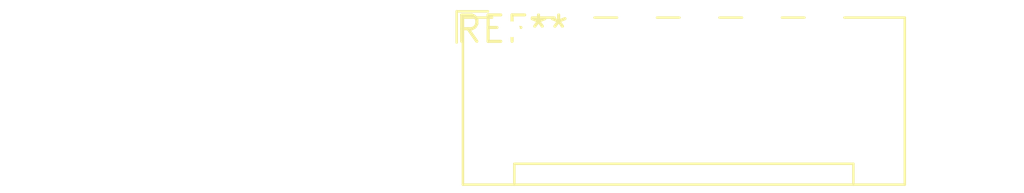
<source format=kicad_pcb>
(kicad_pcb (version 20240108) (generator pcbnew)
  (layers (0 "F.Cu" signal) (31 "B.Cu" signal) (34 "B.Paste" user) (35 "F.Paste" user) (36 "B.SilkS" user "B.Silkscreen") (37 "F.SilkS" user "F.Silkscreen") (38 "B.Mask" user) (39 "F.Mask" user) (44 "Edge.Cuts" user))
  (net 0 "")
  (footprint "JST_ZE_S12B-ZESK-2D_1x12_P1.50mm_Horizontal" (layer "F.Cu") (at 0 0)
    (property "Reference" "REF**")
    (property "Value" "JST_ZE_S12B-ZESK-2D_1x12_P1.50mm_Horizontal")
    (fp_line (start -2.66 -0.86) (end -1.16 -0.86) (layer "F.SilkS") (stroke (width 0.12)))
    (fp_line (start -2.66 0.64) (end -2.66 -0.86) (layer "F.SilkS") (stroke (width 0.12)))
    (fp_line (start -2.36 -0.56) (end -2.36 7.46) (layer "F.SilkS") (stroke (width 0.12)))
    (fp_line (start -2.36 7.46) (end 18.86 7.46) (layer "F.SilkS") (stroke (width 0.12)))
    (fp_line (start -0.96 -0.56) (end -2.36 -0.56) (layer "F.SilkS") (stroke (width 0.12)))
    (fp_line (start 0.11 6.46) (end 16.39 6.46) (layer "F.SilkS") (stroke (width 0.12)))
    (fp_line (start 0.11 7.46) (end 0.11 6.46) (layer "F.SilkS") (stroke (width 0.12)))
    (fp_line (start 0.96 -0.56) (end 2.04 -0.56) (layer "F.SilkS") (stroke (width 0.12)))
    (fp_line (start 3.96 -0.56) (end 5.04 -0.56) (layer "F.SilkS") (stroke (width 0.12)))
    (fp_line (start 6.96 -0.56) (end 8.04 -0.56) (layer "F.SilkS") (stroke (width 0.12)))
    (fp_line (start 9.96 -0.56) (end 11.04 -0.56) (layer "F.SilkS") (stroke (width 0.12)))
    (fp_line (start 12.96 -0.56) (end 14.04 -0.56) (layer "F.SilkS") (stroke (width 0.12)))
    (fp_line (start 16.39 6.46) (end 16.39 7.46) (layer "F.SilkS") (stroke (width 0.12)))
    (fp_line (start 18.86 -0.56) (end 15.96 -0.56) (layer "F.SilkS") (stroke (width 0.12)))
    (fp_line (start 18.86 7.46) (end 18.86 -0.56) (layer "F.SilkS") (stroke (width 0.12)))
    (pad "" np_thru_hole circle (at -1.55 1.85) (size 1.15 1.15) (drill 1.15) (layers *.Cu *.Mask))
    (pad "" np_thru_hole circle (at 18.05 1.85) (size 1.15 1.15) (drill 1.15) (layers *.Cu *.Mask))
    (pad "1" thru_hole roundrect (at 0 0) (size 1.4 1.75) (drill 0.75) (layers *.Cu *.Mask) (remove_unused_layers) (roundrect_rratio 0.178571))
    (pad "2" thru_hole oval (at 1.5 3.7) (size 1.4 1.75) (drill 0.75) (layers *.Cu *.Mask) (remove_unused_layers))
    (pad "3" thru_hole oval (at 3 0) (size 1.4 1.75) (drill 0.75) (layers *.Cu *.Mask) (remove_unused_layers))
    (pad "4" thru_hole oval (at 4.5 3.7) (size 1.4 1.75) (drill 0.75) (layers *.Cu *.Mask) (remove_unused_layers))
    (pad "5" thru_hole oval (at 6 0) (size 1.4 1.75) (drill 0.75) (layers *.Cu *.Mask) (remove_unused_layers))
    (pad "6" thru_hole oval (at 7.5 3.7) (size 1.4 1.75) (drill 0.75) (layers *.Cu *.Mask) (remove_unused_layers))
    (pad "7" thru_hole oval (at 9 0) (size 1.4 1.75) (drill 0.75) (layers *.Cu *.Mask) (remove_unused_layers))
    (pad "8" thru_hole oval (at 10.5 3.7) (size 1.4 1.75) (drill 0.75) (layers *.Cu *.Mask) (remove_unused_layers))
    (pad "9" thru_hole oval (at 12 0) (size 1.4 1.75) (drill 0.75) (layers *.Cu *.Mask) (remove_unused_layers))
    (pad "10" thru_hole oval (at 13.5 3.7) (size 1.4 1.75) (drill 0.75) (layers *.Cu *.Mask) (remove_unused_layers))
    (pad "11" thru_hole oval (at 15 0) (size 1.4 1.75) (drill 0.75) (layers *.Cu *.Mask) (remove_unused_layers))
    (pad "12" thru_hole oval (at 16.5 3.7) (size 1.4 1.75) (drill 0.75) (layers *.Cu *.Mask) (remove_unused_layers))
  )
)
</source>
